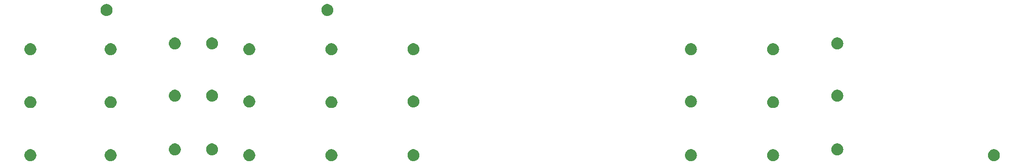
<source format=gts>
G04 Layer: TopSolderMaskLayer*
G04 EasyEDA v6.5.34, 2023-08-21 18:11:39*
G04 edb4cfad772943f9a9c9805ee4eed470,5a6b42c53f6a479593ecc07194224c93,10*
G04 Gerber Generator version 0.2*
G04 Scale: 100 percent, Rotated: No, Reflected: No *
G04 Dimensions in millimeters *
G04 leading zeros omitted , absolute positions ,4 integer and 5 decimal *
%FSLAX45Y45*%
%MOMM*%

%ADD10C,0.0001*%

%LPD*%
G36*
X8683091Y8117941D02*
G01*
X8673846Y8117331D01*
X8664752Y8115909D01*
X8655812Y8113674D01*
X8651392Y8112302D01*
X8642807Y8108899D01*
X8634577Y8104784D01*
X8626703Y8099907D01*
X8619337Y8094421D01*
X8612479Y8088274D01*
X8606180Y8081518D01*
X8600490Y8074253D01*
X8595461Y8066481D01*
X8591143Y8058353D01*
X8587587Y8049869D01*
X8584742Y8041081D01*
X8582710Y8032038D01*
X8581491Y8022894D01*
X8581085Y8013700D01*
X8581491Y8004505D01*
X8582710Y7995361D01*
X8584742Y7986318D01*
X8587587Y7977530D01*
X8591143Y7969046D01*
X8595461Y7960918D01*
X8600490Y7953146D01*
X8606180Y7945881D01*
X8612479Y7939125D01*
X8619337Y7932978D01*
X8626703Y7927492D01*
X8634577Y7922615D01*
X8642807Y7918500D01*
X8651392Y7915097D01*
X8660231Y7912506D01*
X8669274Y7910677D01*
X8678468Y7909661D01*
X8687663Y7909458D01*
X8696909Y7910068D01*
X8706002Y7911490D01*
X8714943Y7913725D01*
X8719362Y7915097D01*
X8727948Y7918500D01*
X8736177Y7922615D01*
X8744051Y7927492D01*
X8751417Y7932978D01*
X8758275Y7939125D01*
X8764625Y7945881D01*
X8770264Y7953146D01*
X8775293Y7960918D01*
X8779611Y7969046D01*
X8783218Y7977530D01*
X8786012Y7986318D01*
X8788044Y7995361D01*
X8789263Y8004505D01*
X8789670Y8013700D01*
X8789263Y8022894D01*
X8788044Y8032038D01*
X8786012Y8041081D01*
X8783218Y8049869D01*
X8779611Y8058353D01*
X8775293Y8066481D01*
X8770264Y8074253D01*
X8764625Y8081518D01*
X8758275Y8088274D01*
X8751417Y8094421D01*
X8744051Y8099907D01*
X8736177Y8104784D01*
X8727948Y8108899D01*
X8719362Y8112302D01*
X8710523Y8114893D01*
X8701481Y8116722D01*
X8692286Y8117738D01*
G37*
G36*
X12526264Y8117941D02*
G01*
X12517069Y8117331D01*
X12507976Y8115909D01*
X12498984Y8113674D01*
X12494615Y8112302D01*
X12486030Y8108899D01*
X12477750Y8104784D01*
X12469926Y8099907D01*
X12462510Y8094421D01*
X12455652Y8088274D01*
X12449352Y8081518D01*
X12443663Y8074253D01*
X12438634Y8066481D01*
X12434316Y8058353D01*
X12430760Y8049869D01*
X12429236Y8045500D01*
X12426848Y8036559D01*
X12425222Y8027517D01*
X12424410Y8018322D01*
X12424410Y8009077D01*
X12425222Y7999882D01*
X12426848Y7990840D01*
X12429236Y7981899D01*
X12432436Y7973263D01*
X12436398Y7964931D01*
X12441072Y7956956D01*
X12446457Y7949438D01*
X12452451Y7942427D01*
X12459004Y7935975D01*
X12466167Y7930134D01*
X12473787Y7924952D01*
X12481864Y7920481D01*
X12490297Y7916722D01*
X12494615Y7915097D01*
X12503454Y7912506D01*
X12512497Y7910677D01*
X12521641Y7909661D01*
X12530886Y7909458D01*
X12540081Y7910068D01*
X12549225Y7911490D01*
X12558166Y7913725D01*
X12566904Y7916722D01*
X12575286Y7920481D01*
X12583363Y7924952D01*
X12590983Y7930134D01*
X12598146Y7935975D01*
X12604699Y7942427D01*
X12610744Y7949438D01*
X12616078Y7956956D01*
X12620752Y7964931D01*
X12624714Y7973263D01*
X12627914Y7981899D01*
X12630302Y7990840D01*
X12631928Y7999882D01*
X12632740Y8009077D01*
X12632740Y8018322D01*
X12631928Y8027517D01*
X12630302Y8036559D01*
X12627914Y8045500D01*
X12624714Y8054136D01*
X12620752Y8062468D01*
X12616078Y8070443D01*
X12610744Y8077962D01*
X12604699Y8084972D01*
X12598146Y8091424D01*
X12590983Y8097266D01*
X12583363Y8102447D01*
X12575286Y8106918D01*
X12566904Y8110677D01*
X12558166Y8113674D01*
X12549225Y8115909D01*
X12540081Y8117331D01*
X12530886Y8117941D01*
G37*
G36*
X10519664Y7533741D02*
G01*
X10510469Y7533131D01*
X10501376Y7531709D01*
X10492384Y7529474D01*
X10488015Y7528102D01*
X10479430Y7524699D01*
X10471150Y7520584D01*
X10463326Y7515707D01*
X10455910Y7510221D01*
X10449052Y7504074D01*
X10442752Y7497318D01*
X10437063Y7490053D01*
X10432034Y7482281D01*
X10427716Y7474153D01*
X10424160Y7465669D01*
X10422636Y7461300D01*
X10420248Y7452359D01*
X10418622Y7443317D01*
X10417810Y7434122D01*
X10417810Y7424877D01*
X10418622Y7415682D01*
X10420248Y7406640D01*
X10422636Y7397699D01*
X10425836Y7389063D01*
X10429798Y7380731D01*
X10434472Y7372756D01*
X10439857Y7365238D01*
X10445851Y7358227D01*
X10452404Y7351775D01*
X10459567Y7345934D01*
X10467187Y7340752D01*
X10475264Y7336281D01*
X10483697Y7332522D01*
X10488015Y7330897D01*
X10496854Y7328306D01*
X10505897Y7326477D01*
X10515041Y7325461D01*
X10524286Y7325258D01*
X10533481Y7325868D01*
X10542625Y7327290D01*
X10551566Y7329525D01*
X10560304Y7332522D01*
X10568686Y7336281D01*
X10576763Y7340752D01*
X10584383Y7345934D01*
X10591546Y7351775D01*
X10598099Y7358227D01*
X10604144Y7365238D01*
X10609478Y7372756D01*
X10614152Y7380731D01*
X10618114Y7389063D01*
X10621314Y7397699D01*
X10623702Y7406640D01*
X10625328Y7415682D01*
X10626140Y7424877D01*
X10626140Y7434122D01*
X10625328Y7443317D01*
X10623702Y7452359D01*
X10621314Y7461300D01*
X10618114Y7469936D01*
X10614152Y7478268D01*
X10609478Y7486243D01*
X10604144Y7493762D01*
X10598099Y7500772D01*
X10591546Y7507224D01*
X10584383Y7513066D01*
X10576763Y7518247D01*
X10568686Y7522718D01*
X10560304Y7526477D01*
X10551566Y7529474D01*
X10542625Y7531709D01*
X10533481Y7533131D01*
X10524286Y7533741D01*
G37*
G36*
X9871964Y7533741D02*
G01*
X9862769Y7533131D01*
X9853676Y7531709D01*
X9844684Y7529474D01*
X9840315Y7528102D01*
X9831730Y7524699D01*
X9823450Y7520584D01*
X9815626Y7515707D01*
X9808210Y7510221D01*
X9801352Y7504074D01*
X9795052Y7497318D01*
X9789363Y7490053D01*
X9784334Y7482281D01*
X9780016Y7474153D01*
X9776460Y7465669D01*
X9774936Y7461300D01*
X9772548Y7452359D01*
X9770922Y7443317D01*
X9770110Y7434122D01*
X9770110Y7424877D01*
X9770922Y7415682D01*
X9772548Y7406640D01*
X9774936Y7397699D01*
X9778136Y7389063D01*
X9782098Y7380731D01*
X9786772Y7372756D01*
X9792157Y7365238D01*
X9798151Y7358227D01*
X9804704Y7351775D01*
X9811867Y7345934D01*
X9819487Y7340752D01*
X9827564Y7336281D01*
X9835997Y7332522D01*
X9840315Y7330897D01*
X9849154Y7328306D01*
X9858197Y7326477D01*
X9867341Y7325461D01*
X9876586Y7325258D01*
X9885781Y7325868D01*
X9894925Y7327290D01*
X9903866Y7329525D01*
X9912604Y7332522D01*
X9920986Y7336281D01*
X9929063Y7340752D01*
X9936683Y7345934D01*
X9943846Y7351775D01*
X9950399Y7358227D01*
X9956444Y7365238D01*
X9961778Y7372756D01*
X9966452Y7380731D01*
X9970414Y7389063D01*
X9973614Y7397699D01*
X9976002Y7406640D01*
X9977628Y7415682D01*
X9978440Y7424877D01*
X9978440Y7434122D01*
X9977628Y7443317D01*
X9976002Y7452359D01*
X9973614Y7461300D01*
X9970414Y7469936D01*
X9966452Y7478268D01*
X9961778Y7486243D01*
X9956444Y7493762D01*
X9950399Y7500772D01*
X9943846Y7507224D01*
X9936683Y7513066D01*
X9929063Y7518247D01*
X9920986Y7522718D01*
X9912604Y7526477D01*
X9903866Y7529474D01*
X9894925Y7531709D01*
X9885781Y7533131D01*
X9876586Y7533741D01*
G37*
G36*
X10519664Y6619341D02*
G01*
X10510469Y6618731D01*
X10501376Y6617309D01*
X10492384Y6615074D01*
X10488015Y6613702D01*
X10479430Y6610299D01*
X10471150Y6606184D01*
X10463326Y6601307D01*
X10455910Y6595821D01*
X10449052Y6589674D01*
X10442752Y6582918D01*
X10437063Y6575653D01*
X10432034Y6567881D01*
X10427716Y6559753D01*
X10424160Y6551269D01*
X10422636Y6546900D01*
X10420248Y6537959D01*
X10418622Y6528917D01*
X10417810Y6519722D01*
X10417810Y6510477D01*
X10418622Y6501282D01*
X10420248Y6492240D01*
X10422636Y6483299D01*
X10425836Y6474663D01*
X10429798Y6466332D01*
X10434472Y6458356D01*
X10439857Y6450838D01*
X10445851Y6443827D01*
X10452404Y6437376D01*
X10459567Y6431534D01*
X10467187Y6426352D01*
X10475264Y6421882D01*
X10483697Y6418122D01*
X10488015Y6416497D01*
X10496854Y6413906D01*
X10505897Y6412077D01*
X10515041Y6411061D01*
X10524286Y6410858D01*
X10533481Y6411468D01*
X10542625Y6412890D01*
X10551566Y6415125D01*
X10560304Y6418122D01*
X10568686Y6421882D01*
X10576763Y6426352D01*
X10584383Y6431534D01*
X10591546Y6437376D01*
X10598099Y6443827D01*
X10604144Y6450838D01*
X10609478Y6458356D01*
X10614152Y6466332D01*
X10618114Y6474663D01*
X10621314Y6483299D01*
X10623702Y6492240D01*
X10625328Y6501282D01*
X10626140Y6510477D01*
X10626140Y6519722D01*
X10625328Y6528917D01*
X10623702Y6537959D01*
X10621314Y6546900D01*
X10618114Y6555536D01*
X10614152Y6563868D01*
X10609478Y6571843D01*
X10604144Y6579362D01*
X10598099Y6586372D01*
X10591546Y6592824D01*
X10584383Y6598666D01*
X10576763Y6603847D01*
X10568686Y6608318D01*
X10560304Y6612077D01*
X10551566Y6615074D01*
X10542625Y6617309D01*
X10533481Y6618731D01*
X10524286Y6619341D01*
G37*
G36*
X10519664Y5679541D02*
G01*
X10510469Y5678932D01*
X10501376Y5677509D01*
X10492384Y5675274D01*
X10488015Y5673902D01*
X10479430Y5670499D01*
X10471150Y5666384D01*
X10463326Y5661507D01*
X10455910Y5656021D01*
X10449052Y5649874D01*
X10442752Y5643118D01*
X10437063Y5635853D01*
X10432034Y5628081D01*
X10427716Y5619953D01*
X10424160Y5611469D01*
X10422636Y5607100D01*
X10420248Y5598160D01*
X10418622Y5589117D01*
X10417810Y5579922D01*
X10417810Y5570677D01*
X10418622Y5561482D01*
X10420248Y5552440D01*
X10422636Y5543499D01*
X10425836Y5534863D01*
X10429798Y5526532D01*
X10434472Y5518556D01*
X10439857Y5511038D01*
X10445851Y5504027D01*
X10452404Y5497576D01*
X10459567Y5491734D01*
X10467187Y5486552D01*
X10475264Y5482082D01*
X10483697Y5478322D01*
X10488015Y5476697D01*
X10496854Y5474106D01*
X10505897Y5472277D01*
X10515041Y5471261D01*
X10524286Y5471058D01*
X10533481Y5471668D01*
X10542625Y5473090D01*
X10551566Y5475325D01*
X10560304Y5478322D01*
X10568686Y5482082D01*
X10576763Y5486552D01*
X10584383Y5491734D01*
X10591546Y5497576D01*
X10598099Y5504027D01*
X10604144Y5511038D01*
X10609478Y5518556D01*
X10614152Y5526532D01*
X10618114Y5534863D01*
X10621314Y5543499D01*
X10623702Y5552440D01*
X10625328Y5561482D01*
X10626140Y5570677D01*
X10626140Y5579922D01*
X10625328Y5589117D01*
X10623702Y5598160D01*
X10621314Y5607100D01*
X10618114Y5615736D01*
X10614152Y5624068D01*
X10609478Y5632043D01*
X10604144Y5639562D01*
X10598099Y5646572D01*
X10591546Y5653024D01*
X10584383Y5658866D01*
X10576763Y5664047D01*
X10568686Y5668518D01*
X10560304Y5672277D01*
X10551566Y5675274D01*
X10542625Y5677509D01*
X10533481Y5678932D01*
X10524286Y5679541D01*
G37*
G36*
X9871964Y6619341D02*
G01*
X9862769Y6618731D01*
X9853676Y6617309D01*
X9844684Y6615074D01*
X9840315Y6613702D01*
X9831730Y6610299D01*
X9823450Y6606184D01*
X9815626Y6601307D01*
X9808210Y6595821D01*
X9801352Y6589674D01*
X9795052Y6582918D01*
X9789363Y6575653D01*
X9784334Y6567881D01*
X9780016Y6559753D01*
X9776460Y6551269D01*
X9774936Y6546900D01*
X9772548Y6537959D01*
X9770922Y6528917D01*
X9770110Y6519722D01*
X9770110Y6510477D01*
X9770922Y6501282D01*
X9772548Y6492240D01*
X9774936Y6483299D01*
X9778136Y6474663D01*
X9782098Y6466332D01*
X9786772Y6458356D01*
X9792157Y6450838D01*
X9798151Y6443827D01*
X9804704Y6437376D01*
X9811867Y6431534D01*
X9819487Y6426352D01*
X9827564Y6421882D01*
X9835997Y6418122D01*
X9840315Y6416497D01*
X9849154Y6413906D01*
X9858197Y6412077D01*
X9867341Y6411061D01*
X9876586Y6410858D01*
X9885781Y6411468D01*
X9894925Y6412890D01*
X9903866Y6415125D01*
X9912604Y6418122D01*
X9920986Y6421882D01*
X9929063Y6426352D01*
X9936683Y6431534D01*
X9943846Y6437376D01*
X9950399Y6443827D01*
X9956444Y6450838D01*
X9961778Y6458356D01*
X9966452Y6466332D01*
X9970414Y6474663D01*
X9973614Y6483299D01*
X9976002Y6492240D01*
X9977628Y6501282D01*
X9978440Y6510477D01*
X9978440Y6519722D01*
X9977628Y6528917D01*
X9976002Y6537959D01*
X9973614Y6546900D01*
X9970414Y6555536D01*
X9966452Y6563868D01*
X9961778Y6571843D01*
X9956444Y6579362D01*
X9950399Y6586372D01*
X9943846Y6592824D01*
X9936683Y6598666D01*
X9929063Y6603847D01*
X9920986Y6608318D01*
X9912604Y6612077D01*
X9903866Y6615074D01*
X9894925Y6617309D01*
X9885781Y6618731D01*
X9876586Y6619341D01*
G37*
G36*
X9871964Y5679541D02*
G01*
X9862769Y5678932D01*
X9853676Y5677509D01*
X9844684Y5675274D01*
X9840315Y5673902D01*
X9831730Y5670499D01*
X9823450Y5666384D01*
X9815626Y5661507D01*
X9808210Y5656021D01*
X9801352Y5649874D01*
X9795052Y5643118D01*
X9789363Y5635853D01*
X9784334Y5628081D01*
X9780016Y5619953D01*
X9776460Y5611469D01*
X9774936Y5607100D01*
X9772548Y5598160D01*
X9770922Y5589117D01*
X9770110Y5579922D01*
X9770110Y5570677D01*
X9770922Y5561482D01*
X9772548Y5552440D01*
X9774936Y5543499D01*
X9778136Y5534863D01*
X9782098Y5526532D01*
X9786772Y5518556D01*
X9792157Y5511038D01*
X9798151Y5504027D01*
X9804704Y5497576D01*
X9811867Y5491734D01*
X9819487Y5486552D01*
X9827564Y5482082D01*
X9835997Y5478322D01*
X9840315Y5476697D01*
X9849154Y5474106D01*
X9858197Y5472277D01*
X9867341Y5471261D01*
X9876586Y5471058D01*
X9885781Y5471668D01*
X9894925Y5473090D01*
X9903866Y5475325D01*
X9912604Y5478322D01*
X9920986Y5482082D01*
X9929063Y5486552D01*
X9936683Y5491734D01*
X9943846Y5497576D01*
X9950399Y5504027D01*
X9956444Y5511038D01*
X9961778Y5518556D01*
X9966452Y5526532D01*
X9970414Y5534863D01*
X9973614Y5543499D01*
X9976002Y5552440D01*
X9977628Y5561482D01*
X9978440Y5570677D01*
X9978440Y5579922D01*
X9977628Y5589117D01*
X9976002Y5598160D01*
X9973614Y5607100D01*
X9970414Y5615736D01*
X9966452Y5624068D01*
X9961778Y5632043D01*
X9956444Y5639562D01*
X9950399Y5646572D01*
X9943846Y5653024D01*
X9936683Y5658866D01*
X9929063Y5664047D01*
X9920986Y5668518D01*
X9912604Y5672277D01*
X9903866Y5675274D01*
X9894925Y5677509D01*
X9885781Y5678932D01*
X9876586Y5679541D01*
G37*
G36*
X21401582Y5679541D02*
G01*
X21392337Y5678932D01*
X21383244Y5677509D01*
X21374303Y5675274D01*
X21369883Y5673902D01*
X21361298Y5670499D01*
X21353068Y5666384D01*
X21345194Y5661507D01*
X21337828Y5656021D01*
X21330970Y5649874D01*
X21324671Y5643118D01*
X21318982Y5635853D01*
X21313952Y5628081D01*
X21309634Y5619953D01*
X21306078Y5611469D01*
X21303234Y5602681D01*
X21301202Y5593638D01*
X21299982Y5584494D01*
X21299576Y5575300D01*
X21299982Y5566105D01*
X21301202Y5556961D01*
X21303234Y5547918D01*
X21306078Y5539130D01*
X21309634Y5530646D01*
X21313952Y5522518D01*
X21318982Y5514746D01*
X21324671Y5507482D01*
X21330970Y5500725D01*
X21337828Y5494578D01*
X21345194Y5489092D01*
X21353068Y5484215D01*
X21361298Y5480100D01*
X21369883Y5476697D01*
X21378722Y5474106D01*
X21387765Y5472277D01*
X21396960Y5471261D01*
X21406154Y5471058D01*
X21415400Y5471668D01*
X21424493Y5473090D01*
X21433434Y5475325D01*
X21437854Y5476697D01*
X21446439Y5480100D01*
X21454668Y5484215D01*
X21462542Y5489092D01*
X21469908Y5494578D01*
X21476766Y5500725D01*
X21483116Y5507482D01*
X21488755Y5514746D01*
X21493784Y5522518D01*
X21498102Y5530646D01*
X21501709Y5539130D01*
X21504503Y5547918D01*
X21506535Y5556961D01*
X21507754Y5566105D01*
X21508161Y5575300D01*
X21507754Y5584494D01*
X21506535Y5593638D01*
X21504503Y5602681D01*
X21501709Y5611469D01*
X21498102Y5619953D01*
X21493784Y5628081D01*
X21488755Y5635853D01*
X21483116Y5643118D01*
X21476766Y5649874D01*
X21469908Y5656021D01*
X21462542Y5661507D01*
X21454668Y5666384D01*
X21446439Y5670499D01*
X21437854Y5673902D01*
X21429014Y5676493D01*
X21419972Y5678322D01*
X21410777Y5679338D01*
G37*
G36*
X21401582Y6619341D02*
G01*
X21392337Y6618731D01*
X21383244Y6617309D01*
X21374303Y6615074D01*
X21369883Y6613702D01*
X21361298Y6610299D01*
X21353068Y6606184D01*
X21345194Y6601307D01*
X21337828Y6595821D01*
X21330970Y6589674D01*
X21324671Y6582918D01*
X21318982Y6575653D01*
X21313952Y6567881D01*
X21309634Y6559753D01*
X21306078Y6551269D01*
X21303234Y6542481D01*
X21301202Y6533438D01*
X21299982Y6524294D01*
X21299576Y6515100D01*
X21299982Y6505905D01*
X21301202Y6496761D01*
X21303234Y6487718D01*
X21306078Y6478930D01*
X21309634Y6470446D01*
X21313952Y6462318D01*
X21318982Y6454546D01*
X21324671Y6447282D01*
X21330970Y6440525D01*
X21337828Y6434378D01*
X21345194Y6428892D01*
X21353068Y6424015D01*
X21361298Y6419900D01*
X21369883Y6416497D01*
X21378722Y6413906D01*
X21387765Y6412077D01*
X21396960Y6411061D01*
X21406154Y6410858D01*
X21415400Y6411468D01*
X21424493Y6412890D01*
X21433434Y6415125D01*
X21437854Y6416497D01*
X21446439Y6419900D01*
X21454668Y6424015D01*
X21462542Y6428892D01*
X21469908Y6434378D01*
X21476766Y6440525D01*
X21483116Y6447282D01*
X21488755Y6454546D01*
X21493784Y6462318D01*
X21498102Y6470446D01*
X21501709Y6478930D01*
X21504503Y6487718D01*
X21506535Y6496761D01*
X21507754Y6505905D01*
X21508161Y6515100D01*
X21507754Y6524294D01*
X21506535Y6533438D01*
X21504503Y6542481D01*
X21501709Y6551269D01*
X21498102Y6559753D01*
X21493784Y6567881D01*
X21488755Y6575653D01*
X21483116Y6582918D01*
X21476766Y6589674D01*
X21469908Y6595821D01*
X21462542Y6601307D01*
X21454668Y6606184D01*
X21446439Y6610299D01*
X21437854Y6613702D01*
X21429014Y6616293D01*
X21419972Y6618122D01*
X21410777Y6619138D01*
G37*
G36*
X21401582Y7533741D02*
G01*
X21392337Y7533131D01*
X21383244Y7531709D01*
X21374303Y7529474D01*
X21369883Y7528102D01*
X21361298Y7524699D01*
X21353068Y7520584D01*
X21345194Y7515707D01*
X21337828Y7510221D01*
X21330970Y7504074D01*
X21324671Y7497318D01*
X21318982Y7490053D01*
X21313952Y7482281D01*
X21309634Y7474153D01*
X21306078Y7465669D01*
X21303234Y7456881D01*
X21301202Y7447838D01*
X21299982Y7438694D01*
X21299576Y7429500D01*
X21299982Y7420305D01*
X21301202Y7411161D01*
X21303234Y7402118D01*
X21306078Y7393330D01*
X21309634Y7384846D01*
X21313952Y7376718D01*
X21318982Y7368946D01*
X21324671Y7361681D01*
X21330970Y7354925D01*
X21337828Y7348778D01*
X21345194Y7343292D01*
X21353068Y7338415D01*
X21361298Y7334300D01*
X21369883Y7330897D01*
X21378722Y7328306D01*
X21387765Y7326477D01*
X21396960Y7325461D01*
X21406154Y7325258D01*
X21415400Y7325868D01*
X21424493Y7327290D01*
X21433434Y7329525D01*
X21437854Y7330897D01*
X21446439Y7334300D01*
X21454668Y7338415D01*
X21462542Y7343292D01*
X21469908Y7348778D01*
X21476766Y7354925D01*
X21483116Y7361681D01*
X21488755Y7368946D01*
X21493784Y7376718D01*
X21498102Y7384846D01*
X21501709Y7393330D01*
X21504503Y7402118D01*
X21506535Y7411161D01*
X21507754Y7420305D01*
X21508161Y7429500D01*
X21507754Y7438694D01*
X21506535Y7447838D01*
X21504503Y7456881D01*
X21501709Y7465669D01*
X21498102Y7474153D01*
X21493784Y7482281D01*
X21488755Y7490053D01*
X21483116Y7497318D01*
X21476766Y7504074D01*
X21469908Y7510221D01*
X21462542Y7515707D01*
X21454668Y7520584D01*
X21446439Y7524699D01*
X21437854Y7528102D01*
X21429014Y7530693D01*
X21419972Y7532522D01*
X21410777Y7533538D01*
G37*
G36*
X7357364Y5577941D02*
G01*
X7348169Y5577332D01*
X7339075Y5575909D01*
X7330084Y5573674D01*
X7325715Y5572302D01*
X7317130Y5568899D01*
X7308850Y5564784D01*
X7301026Y5559907D01*
X7293609Y5554421D01*
X7286752Y5548274D01*
X7280452Y5541518D01*
X7274763Y5534253D01*
X7269734Y5526481D01*
X7265416Y5518353D01*
X7261859Y5509869D01*
X7260336Y5505500D01*
X7257948Y5496560D01*
X7256322Y5487517D01*
X7255509Y5478322D01*
X7255509Y5469077D01*
X7256322Y5459882D01*
X7257948Y5450840D01*
X7260336Y5441899D01*
X7263536Y5433263D01*
X7267498Y5424932D01*
X7272172Y5416956D01*
X7277557Y5409438D01*
X7283551Y5402427D01*
X7290104Y5395976D01*
X7297267Y5390134D01*
X7304887Y5384952D01*
X7312964Y5380482D01*
X7321397Y5376722D01*
X7325715Y5375097D01*
X7334554Y5372506D01*
X7343597Y5370677D01*
X7352741Y5369661D01*
X7361986Y5369458D01*
X7371181Y5370068D01*
X7380325Y5371490D01*
X7389266Y5373725D01*
X7398003Y5376722D01*
X7406386Y5380482D01*
X7414463Y5384952D01*
X7422083Y5390134D01*
X7429246Y5395976D01*
X7435799Y5402427D01*
X7441844Y5409438D01*
X7447178Y5416956D01*
X7451852Y5424932D01*
X7455814Y5433263D01*
X7459014Y5441899D01*
X7461402Y5450840D01*
X7463028Y5459882D01*
X7463840Y5469077D01*
X7463840Y5478322D01*
X7463028Y5487517D01*
X7461402Y5496560D01*
X7459014Y5505500D01*
X7455814Y5514136D01*
X7451852Y5522468D01*
X7447178Y5530443D01*
X7441844Y5537962D01*
X7435799Y5544972D01*
X7429246Y5551424D01*
X7422083Y5557266D01*
X7414463Y5562447D01*
X7406386Y5566918D01*
X7398003Y5570677D01*
X7389266Y5573674D01*
X7380325Y5575909D01*
X7371181Y5577332D01*
X7361986Y5577941D01*
G37*
G36*
X7357364Y7432141D02*
G01*
X7348169Y7431531D01*
X7339075Y7430109D01*
X7330084Y7427874D01*
X7325715Y7426502D01*
X7317130Y7423099D01*
X7308850Y7418984D01*
X7301026Y7414107D01*
X7293609Y7408621D01*
X7286752Y7402474D01*
X7280452Y7395718D01*
X7274763Y7388453D01*
X7269734Y7380681D01*
X7265416Y7372553D01*
X7261859Y7364069D01*
X7260336Y7359700D01*
X7257948Y7350759D01*
X7256322Y7341717D01*
X7255509Y7332522D01*
X7255509Y7323277D01*
X7256322Y7314082D01*
X7257948Y7305040D01*
X7260336Y7296099D01*
X7263536Y7287463D01*
X7267498Y7279131D01*
X7272172Y7271156D01*
X7277557Y7263638D01*
X7283551Y7256627D01*
X7290104Y7250175D01*
X7297267Y7244334D01*
X7304887Y7239152D01*
X7312964Y7234681D01*
X7321397Y7230922D01*
X7325715Y7229297D01*
X7334554Y7226706D01*
X7343597Y7224877D01*
X7352741Y7223861D01*
X7361986Y7223658D01*
X7371181Y7224268D01*
X7380325Y7225690D01*
X7389266Y7227925D01*
X7398003Y7230922D01*
X7406386Y7234681D01*
X7414463Y7239152D01*
X7422083Y7244334D01*
X7429246Y7250175D01*
X7435799Y7256627D01*
X7441844Y7263638D01*
X7447178Y7271156D01*
X7451852Y7279131D01*
X7455814Y7287463D01*
X7459014Y7296099D01*
X7461402Y7305040D01*
X7463028Y7314082D01*
X7463840Y7323277D01*
X7463840Y7332522D01*
X7463028Y7341717D01*
X7461402Y7350759D01*
X7459014Y7359700D01*
X7455814Y7368336D01*
X7451852Y7376668D01*
X7447178Y7384643D01*
X7441844Y7392162D01*
X7435799Y7399172D01*
X7429246Y7405624D01*
X7422083Y7411466D01*
X7414463Y7416647D01*
X7406386Y7421118D01*
X7398003Y7424877D01*
X7389266Y7427874D01*
X7380325Y7430109D01*
X7371181Y7431531D01*
X7361986Y7432141D01*
G37*
G36*
X7357364Y6505041D02*
G01*
X7348169Y6504431D01*
X7339075Y6503009D01*
X7330084Y6500774D01*
X7325715Y6499402D01*
X7317130Y6495999D01*
X7308850Y6491884D01*
X7301026Y6487007D01*
X7293609Y6481521D01*
X7286752Y6475374D01*
X7280452Y6468618D01*
X7274763Y6461353D01*
X7269734Y6453581D01*
X7265416Y6445453D01*
X7261859Y6436969D01*
X7260336Y6432600D01*
X7257948Y6423660D01*
X7256322Y6414617D01*
X7255509Y6405422D01*
X7255509Y6396177D01*
X7256322Y6386982D01*
X7257948Y6377940D01*
X7260336Y6368999D01*
X7263536Y6360363D01*
X7267498Y6352032D01*
X7272172Y6344056D01*
X7277557Y6336538D01*
X7283551Y6329527D01*
X7290104Y6323076D01*
X7297267Y6317234D01*
X7304887Y6312052D01*
X7312964Y6307582D01*
X7321397Y6303822D01*
X7325715Y6302197D01*
X7334554Y6299606D01*
X7343597Y6297777D01*
X7352741Y6296761D01*
X7361986Y6296558D01*
X7371181Y6297168D01*
X7380325Y6298590D01*
X7389266Y6300825D01*
X7398003Y6303822D01*
X7406386Y6307582D01*
X7414463Y6312052D01*
X7422083Y6317234D01*
X7429246Y6323076D01*
X7435799Y6329527D01*
X7441844Y6336538D01*
X7447178Y6344056D01*
X7451852Y6352032D01*
X7455814Y6360363D01*
X7459014Y6368999D01*
X7461402Y6377940D01*
X7463028Y6386982D01*
X7463840Y6396177D01*
X7463840Y6405422D01*
X7463028Y6414617D01*
X7461402Y6423660D01*
X7459014Y6432600D01*
X7455814Y6441236D01*
X7451852Y6449568D01*
X7447178Y6457543D01*
X7441844Y6465062D01*
X7435799Y6472072D01*
X7429246Y6478524D01*
X7422083Y6484366D01*
X7414463Y6489547D01*
X7406386Y6494018D01*
X7398003Y6497777D01*
X7389266Y6500774D01*
X7380325Y6503009D01*
X7371181Y6504431D01*
X7361986Y6505041D01*
G37*
G36*
X11167364Y6517741D02*
G01*
X11158169Y6517131D01*
X11149076Y6515709D01*
X11140084Y6513474D01*
X11135715Y6512102D01*
X11127130Y6508699D01*
X11118850Y6504584D01*
X11111026Y6499707D01*
X11103610Y6494221D01*
X11096752Y6488074D01*
X11090452Y6481318D01*
X11084763Y6474053D01*
X11079734Y6466281D01*
X11075416Y6458153D01*
X11071860Y6449669D01*
X11070336Y6445300D01*
X11067948Y6436360D01*
X11066322Y6427317D01*
X11065510Y6418122D01*
X11065510Y6408877D01*
X11066322Y6399682D01*
X11067948Y6390640D01*
X11070336Y6381699D01*
X11073536Y6373063D01*
X11077498Y6364732D01*
X11082172Y6356756D01*
X11087557Y6349238D01*
X11093551Y6342227D01*
X11100104Y6335776D01*
X11107267Y6329934D01*
X11114887Y6324752D01*
X11122964Y6320282D01*
X11131397Y6316522D01*
X11135715Y6314897D01*
X11144554Y6312306D01*
X11153597Y6310477D01*
X11162741Y6309461D01*
X11171986Y6309258D01*
X11181181Y6309868D01*
X11190325Y6311290D01*
X11199266Y6313525D01*
X11208004Y6316522D01*
X11216386Y6320282D01*
X11224463Y6324752D01*
X11232083Y6329934D01*
X11239246Y6335776D01*
X11245799Y6342227D01*
X11251844Y6349238D01*
X11257178Y6356756D01*
X11261852Y6364732D01*
X11265814Y6373063D01*
X11269014Y6381699D01*
X11271402Y6390640D01*
X11273028Y6399682D01*
X11273840Y6408877D01*
X11273840Y6418122D01*
X11273028Y6427317D01*
X11271402Y6436360D01*
X11269014Y6445300D01*
X11265814Y6453936D01*
X11261852Y6462268D01*
X11257178Y6470243D01*
X11251844Y6477762D01*
X11245799Y6484772D01*
X11239246Y6491224D01*
X11232083Y6497066D01*
X11224463Y6502247D01*
X11216386Y6506718D01*
X11208004Y6510477D01*
X11199266Y6513474D01*
X11190325Y6515709D01*
X11181181Y6517131D01*
X11171986Y6517741D01*
G37*
G36*
X11167364Y7432141D02*
G01*
X11158169Y7431531D01*
X11149076Y7430109D01*
X11140084Y7427874D01*
X11135715Y7426502D01*
X11127130Y7423099D01*
X11118850Y7418984D01*
X11111026Y7414107D01*
X11103610Y7408621D01*
X11096752Y7402474D01*
X11090452Y7395718D01*
X11084763Y7388453D01*
X11079734Y7380681D01*
X11075416Y7372553D01*
X11071860Y7364069D01*
X11070336Y7359700D01*
X11067948Y7350759D01*
X11066322Y7341717D01*
X11065510Y7332522D01*
X11065510Y7323277D01*
X11066322Y7314082D01*
X11067948Y7305040D01*
X11070336Y7296099D01*
X11073536Y7287463D01*
X11077498Y7279131D01*
X11082172Y7271156D01*
X11087557Y7263638D01*
X11093551Y7256627D01*
X11100104Y7250175D01*
X11107267Y7244334D01*
X11114887Y7239152D01*
X11122964Y7234681D01*
X11131397Y7230922D01*
X11135715Y7229297D01*
X11144554Y7226706D01*
X11153597Y7224877D01*
X11162741Y7223861D01*
X11171986Y7223658D01*
X11181181Y7224268D01*
X11190325Y7225690D01*
X11199266Y7227925D01*
X11208004Y7230922D01*
X11216386Y7234681D01*
X11224463Y7239152D01*
X11232083Y7244334D01*
X11239246Y7250175D01*
X11245799Y7256627D01*
X11251844Y7263638D01*
X11257178Y7271156D01*
X11261852Y7279131D01*
X11265814Y7287463D01*
X11269014Y7296099D01*
X11271402Y7305040D01*
X11273028Y7314082D01*
X11273840Y7323277D01*
X11273840Y7332522D01*
X11273028Y7341717D01*
X11271402Y7350759D01*
X11269014Y7359700D01*
X11265814Y7368336D01*
X11261852Y7376668D01*
X11257178Y7384643D01*
X11251844Y7392162D01*
X11245799Y7399172D01*
X11239246Y7405624D01*
X11232083Y7411466D01*
X11224463Y7416647D01*
X11216386Y7421118D01*
X11208004Y7424877D01*
X11199266Y7427874D01*
X11190325Y7430109D01*
X11181181Y7431531D01*
X11171986Y7432141D01*
G37*
G36*
X11167364Y5577941D02*
G01*
X11158169Y5577332D01*
X11149076Y5575909D01*
X11140084Y5573674D01*
X11135715Y5572302D01*
X11127130Y5568899D01*
X11118850Y5564784D01*
X11111026Y5559907D01*
X11103610Y5554421D01*
X11096752Y5548274D01*
X11090452Y5541518D01*
X11084763Y5534253D01*
X11079734Y5526481D01*
X11075416Y5518353D01*
X11071860Y5509869D01*
X11070336Y5505500D01*
X11067948Y5496560D01*
X11066322Y5487517D01*
X11065510Y5478322D01*
X11065510Y5469077D01*
X11066322Y5459882D01*
X11067948Y5450840D01*
X11070336Y5441899D01*
X11073536Y5433263D01*
X11077498Y5424932D01*
X11082172Y5416956D01*
X11087557Y5409438D01*
X11093551Y5402427D01*
X11100104Y5395976D01*
X11107267Y5390134D01*
X11114887Y5384952D01*
X11122964Y5380482D01*
X11131397Y5376722D01*
X11135715Y5375097D01*
X11144554Y5372506D01*
X11153597Y5370677D01*
X11162741Y5369661D01*
X11171986Y5369458D01*
X11181181Y5370068D01*
X11190325Y5371490D01*
X11199266Y5373725D01*
X11208004Y5376722D01*
X11216386Y5380482D01*
X11224463Y5384952D01*
X11232083Y5390134D01*
X11239246Y5395976D01*
X11245799Y5402427D01*
X11251844Y5409438D01*
X11257178Y5416956D01*
X11261852Y5424932D01*
X11265814Y5433263D01*
X11269014Y5441899D01*
X11271402Y5450840D01*
X11273028Y5459882D01*
X11273840Y5469077D01*
X11273840Y5478322D01*
X11273028Y5487517D01*
X11271402Y5496560D01*
X11269014Y5505500D01*
X11265814Y5514136D01*
X11261852Y5522468D01*
X11257178Y5530443D01*
X11251844Y5537962D01*
X11245799Y5544972D01*
X11239246Y5551424D01*
X11232083Y5557266D01*
X11224463Y5562447D01*
X11216386Y5566918D01*
X11208004Y5570677D01*
X11199266Y5573674D01*
X11190325Y5575909D01*
X11181181Y5577332D01*
X11171986Y5577941D01*
G37*
G36*
X8754364Y5577941D02*
G01*
X8745169Y5577332D01*
X8736076Y5575909D01*
X8727084Y5573674D01*
X8722715Y5572302D01*
X8714130Y5568899D01*
X8705850Y5564784D01*
X8698026Y5559907D01*
X8690610Y5554421D01*
X8683752Y5548274D01*
X8677452Y5541518D01*
X8671763Y5534253D01*
X8666734Y5526481D01*
X8662416Y5518353D01*
X8658860Y5509869D01*
X8657336Y5505500D01*
X8654948Y5496560D01*
X8653322Y5487517D01*
X8652510Y5478322D01*
X8652510Y5469077D01*
X8653322Y5459882D01*
X8654948Y5450840D01*
X8657336Y5441899D01*
X8660536Y5433263D01*
X8664498Y5424932D01*
X8669172Y5416956D01*
X8674557Y5409438D01*
X8680551Y5402427D01*
X8687104Y5395976D01*
X8694267Y5390134D01*
X8701887Y5384952D01*
X8709964Y5380482D01*
X8718397Y5376722D01*
X8722715Y5375097D01*
X8731554Y5372506D01*
X8740597Y5370677D01*
X8749741Y5369661D01*
X8758986Y5369458D01*
X8768181Y5370068D01*
X8777325Y5371490D01*
X8786266Y5373725D01*
X8795004Y5376722D01*
X8803386Y5380482D01*
X8811463Y5384952D01*
X8819083Y5390134D01*
X8826246Y5395976D01*
X8832799Y5402427D01*
X8838844Y5409438D01*
X8844178Y5416956D01*
X8848852Y5424932D01*
X8852814Y5433263D01*
X8856014Y5441899D01*
X8858402Y5450840D01*
X8860028Y5459882D01*
X8860840Y5469077D01*
X8860840Y5478322D01*
X8860028Y5487517D01*
X8858402Y5496560D01*
X8856014Y5505500D01*
X8852814Y5514136D01*
X8848852Y5522468D01*
X8844178Y5530443D01*
X8838844Y5537962D01*
X8832799Y5544972D01*
X8826246Y5551424D01*
X8819083Y5557266D01*
X8811463Y5562447D01*
X8803386Y5566918D01*
X8795004Y5570677D01*
X8786266Y5573674D01*
X8777325Y5575909D01*
X8768181Y5577332D01*
X8758986Y5577941D01*
G37*
G36*
X8754364Y7432141D02*
G01*
X8745169Y7431531D01*
X8736076Y7430109D01*
X8727084Y7427874D01*
X8722715Y7426502D01*
X8714130Y7423099D01*
X8705850Y7418984D01*
X8698026Y7414107D01*
X8690610Y7408621D01*
X8683752Y7402474D01*
X8677452Y7395718D01*
X8671763Y7388453D01*
X8666734Y7380681D01*
X8662416Y7372553D01*
X8658860Y7364069D01*
X8657336Y7359700D01*
X8654948Y7350759D01*
X8653322Y7341717D01*
X8652510Y7332522D01*
X8652510Y7323277D01*
X8653322Y7314082D01*
X8654948Y7305040D01*
X8657336Y7296099D01*
X8660536Y7287463D01*
X8664498Y7279131D01*
X8669172Y7271156D01*
X8674557Y7263638D01*
X8680551Y7256627D01*
X8687104Y7250175D01*
X8694267Y7244334D01*
X8701887Y7239152D01*
X8709964Y7234681D01*
X8718397Y7230922D01*
X8722715Y7229297D01*
X8731554Y7226706D01*
X8740597Y7224877D01*
X8749741Y7223861D01*
X8758986Y7223658D01*
X8768181Y7224268D01*
X8777325Y7225690D01*
X8786266Y7227925D01*
X8795004Y7230922D01*
X8803386Y7234681D01*
X8811463Y7239152D01*
X8819083Y7244334D01*
X8826246Y7250175D01*
X8832799Y7256627D01*
X8838844Y7263638D01*
X8844178Y7271156D01*
X8848852Y7279131D01*
X8852814Y7287463D01*
X8856014Y7296099D01*
X8858402Y7305040D01*
X8860028Y7314082D01*
X8860840Y7323277D01*
X8860840Y7332522D01*
X8860028Y7341717D01*
X8858402Y7350759D01*
X8856014Y7359700D01*
X8852814Y7368336D01*
X8848852Y7376668D01*
X8844178Y7384643D01*
X8838844Y7392162D01*
X8832799Y7399172D01*
X8826246Y7405624D01*
X8819083Y7411466D01*
X8811463Y7416647D01*
X8803386Y7421118D01*
X8795004Y7424877D01*
X8786266Y7427874D01*
X8777325Y7430109D01*
X8768181Y7431531D01*
X8758986Y7432141D01*
G37*
G36*
X8754364Y6505041D02*
G01*
X8745169Y6504431D01*
X8736076Y6503009D01*
X8727084Y6500774D01*
X8722715Y6499402D01*
X8714130Y6495999D01*
X8705850Y6491884D01*
X8698026Y6487007D01*
X8690610Y6481521D01*
X8683752Y6475374D01*
X8677452Y6468618D01*
X8671763Y6461353D01*
X8666734Y6453581D01*
X8662416Y6445453D01*
X8658860Y6436969D01*
X8657336Y6432600D01*
X8654948Y6423660D01*
X8653322Y6414617D01*
X8652510Y6405422D01*
X8652510Y6396177D01*
X8653322Y6386982D01*
X8654948Y6377940D01*
X8657336Y6368999D01*
X8660536Y6360363D01*
X8664498Y6352032D01*
X8669172Y6344056D01*
X8674557Y6336538D01*
X8680551Y6329527D01*
X8687104Y6323076D01*
X8694267Y6317234D01*
X8701887Y6312052D01*
X8709964Y6307582D01*
X8718397Y6303822D01*
X8722715Y6302197D01*
X8731554Y6299606D01*
X8740597Y6297777D01*
X8749741Y6296761D01*
X8758986Y6296558D01*
X8768181Y6297168D01*
X8777325Y6298590D01*
X8786266Y6300825D01*
X8795004Y6303822D01*
X8803386Y6307582D01*
X8811463Y6312052D01*
X8819083Y6317234D01*
X8826246Y6323076D01*
X8832799Y6329527D01*
X8838844Y6336538D01*
X8844178Y6344056D01*
X8848852Y6352032D01*
X8852814Y6360363D01*
X8856014Y6368999D01*
X8858402Y6377940D01*
X8860028Y6386982D01*
X8860840Y6396177D01*
X8860840Y6405422D01*
X8860028Y6414617D01*
X8858402Y6423660D01*
X8856014Y6432600D01*
X8852814Y6441236D01*
X8848852Y6449568D01*
X8844178Y6457543D01*
X8838844Y6465062D01*
X8832799Y6472072D01*
X8826246Y6478524D01*
X8819083Y6484366D01*
X8811463Y6489547D01*
X8803386Y6494018D01*
X8795004Y6497777D01*
X8786266Y6500774D01*
X8777325Y6503009D01*
X8768181Y6504431D01*
X8758986Y6505041D01*
G37*
G36*
X12597587Y6505041D02*
G01*
X12588341Y6504431D01*
X12579248Y6503009D01*
X12570307Y6500774D01*
X12565888Y6499402D01*
X12557302Y6495999D01*
X12549073Y6491884D01*
X12541199Y6487007D01*
X12533833Y6481521D01*
X12526975Y6475374D01*
X12520676Y6468618D01*
X12514986Y6461353D01*
X12509957Y6453581D01*
X12505639Y6445453D01*
X12502083Y6436969D01*
X12499238Y6428181D01*
X12497206Y6419138D01*
X12495987Y6409994D01*
X12495580Y6400800D01*
X12495987Y6391605D01*
X12497206Y6382461D01*
X12499238Y6373418D01*
X12502083Y6364630D01*
X12505639Y6356146D01*
X12509957Y6348018D01*
X12514986Y6340246D01*
X12520676Y6332982D01*
X12526975Y6326225D01*
X12533833Y6320078D01*
X12541199Y6314592D01*
X12549073Y6309715D01*
X12557302Y6305600D01*
X12565888Y6302197D01*
X12574727Y6299606D01*
X12583769Y6297777D01*
X12592964Y6296761D01*
X12602159Y6296558D01*
X12611404Y6297168D01*
X12620498Y6298590D01*
X12629438Y6300825D01*
X12633858Y6302197D01*
X12642443Y6305600D01*
X12650673Y6309715D01*
X12658547Y6314592D01*
X12665913Y6320078D01*
X12672771Y6326225D01*
X12679121Y6332982D01*
X12684760Y6340246D01*
X12689789Y6348018D01*
X12694107Y6356146D01*
X12697714Y6364630D01*
X12700508Y6373418D01*
X12702540Y6382461D01*
X12703759Y6391605D01*
X12704165Y6400800D01*
X12703759Y6409994D01*
X12702540Y6419138D01*
X12700508Y6428181D01*
X12697714Y6436969D01*
X12694107Y6445453D01*
X12689789Y6453581D01*
X12684760Y6461353D01*
X12679121Y6468618D01*
X12672771Y6475374D01*
X12665913Y6481521D01*
X12658547Y6487007D01*
X12650673Y6491884D01*
X12642443Y6495999D01*
X12633858Y6499402D01*
X12625019Y6501993D01*
X12615976Y6503822D01*
X12606782Y6504838D01*
G37*
G36*
X12597587Y7432141D02*
G01*
X12588341Y7431531D01*
X12579248Y7430109D01*
X12570307Y7427874D01*
X12565888Y7426502D01*
X12557302Y7423099D01*
X12549073Y7418984D01*
X12541199Y7414107D01*
X12533833Y7408621D01*
X12526975Y7402474D01*
X12520676Y7395718D01*
X12514986Y7388453D01*
X12509957Y7380681D01*
X12505639Y7372553D01*
X12502083Y7364069D01*
X12499238Y7355281D01*
X12497206Y7346238D01*
X12495987Y7337094D01*
X12495580Y7327900D01*
X12495987Y7318705D01*
X12497206Y7309561D01*
X12499238Y7300518D01*
X12502083Y7291730D01*
X12505639Y7283246D01*
X12509957Y7275118D01*
X12514986Y7267346D01*
X12520676Y7260081D01*
X12526975Y7253325D01*
X12533833Y7247178D01*
X12541199Y7241692D01*
X12549073Y7236815D01*
X12557302Y7232700D01*
X12565888Y7229297D01*
X12574727Y7226706D01*
X12583769Y7224877D01*
X12592964Y7223861D01*
X12602159Y7223658D01*
X12611404Y7224268D01*
X12620498Y7225690D01*
X12629438Y7227925D01*
X12633858Y7229297D01*
X12642443Y7232700D01*
X12650673Y7236815D01*
X12658547Y7241692D01*
X12665913Y7247178D01*
X12672771Y7253325D01*
X12679121Y7260081D01*
X12684760Y7267346D01*
X12689789Y7275118D01*
X12694107Y7283246D01*
X12697714Y7291730D01*
X12700508Y7300518D01*
X12702540Y7309561D01*
X12703759Y7318705D01*
X12704165Y7327900D01*
X12703759Y7337094D01*
X12702540Y7346238D01*
X12700508Y7355281D01*
X12697714Y7364069D01*
X12694107Y7372553D01*
X12689789Y7380681D01*
X12684760Y7388453D01*
X12679121Y7395718D01*
X12672771Y7402474D01*
X12665913Y7408621D01*
X12658547Y7414107D01*
X12650673Y7418984D01*
X12642443Y7423099D01*
X12633858Y7426502D01*
X12625019Y7429093D01*
X12615976Y7430922D01*
X12606782Y7431938D01*
G37*
G36*
X12597587Y5577941D02*
G01*
X12588341Y5577332D01*
X12579248Y5575909D01*
X12570307Y5573674D01*
X12565888Y5572302D01*
X12557302Y5568899D01*
X12549073Y5564784D01*
X12541199Y5559907D01*
X12533833Y5554421D01*
X12526975Y5548274D01*
X12520676Y5541518D01*
X12514986Y5534253D01*
X12509957Y5526481D01*
X12505639Y5518353D01*
X12502083Y5509869D01*
X12499238Y5501081D01*
X12497206Y5492038D01*
X12495987Y5482894D01*
X12495580Y5473700D01*
X12495987Y5464505D01*
X12497206Y5455361D01*
X12499238Y5446318D01*
X12502083Y5437530D01*
X12505639Y5429046D01*
X12509957Y5420918D01*
X12514986Y5413146D01*
X12520676Y5405882D01*
X12526975Y5399125D01*
X12533833Y5392978D01*
X12541199Y5387492D01*
X12549073Y5382615D01*
X12557302Y5378500D01*
X12565888Y5375097D01*
X12574727Y5372506D01*
X12583769Y5370677D01*
X12592964Y5369661D01*
X12602159Y5369458D01*
X12611404Y5370068D01*
X12620498Y5371490D01*
X12629438Y5373725D01*
X12633858Y5375097D01*
X12642443Y5378500D01*
X12650673Y5382615D01*
X12658547Y5387492D01*
X12665913Y5392978D01*
X12672771Y5399125D01*
X12679121Y5405882D01*
X12684760Y5413146D01*
X12689789Y5420918D01*
X12694107Y5429046D01*
X12697714Y5437530D01*
X12700508Y5446318D01*
X12702540Y5455361D01*
X12703759Y5464505D01*
X12704165Y5473700D01*
X12703759Y5482894D01*
X12702540Y5492038D01*
X12700508Y5501081D01*
X12697714Y5509869D01*
X12694107Y5518353D01*
X12689789Y5526481D01*
X12684760Y5534253D01*
X12679121Y5541518D01*
X12672771Y5548274D01*
X12665913Y5554421D01*
X12658547Y5559907D01*
X12650673Y5564784D01*
X12642443Y5568899D01*
X12633858Y5572302D01*
X12625019Y5574893D01*
X12615976Y5576722D01*
X12606782Y5577738D01*
G37*
G36*
X20283982Y6505041D02*
G01*
X20274737Y6504431D01*
X20265644Y6503009D01*
X20256703Y6500774D01*
X20252283Y6499402D01*
X20243698Y6495999D01*
X20235468Y6491884D01*
X20227594Y6487007D01*
X20220228Y6481521D01*
X20213370Y6475374D01*
X20207071Y6468618D01*
X20201382Y6461353D01*
X20196352Y6453581D01*
X20192034Y6445453D01*
X20188478Y6436969D01*
X20185634Y6428181D01*
X20183602Y6419138D01*
X20182382Y6409994D01*
X20181976Y6400800D01*
X20182382Y6391605D01*
X20183602Y6382461D01*
X20185634Y6373418D01*
X20188478Y6364630D01*
X20192034Y6356146D01*
X20196352Y6348018D01*
X20201382Y6340246D01*
X20207071Y6332982D01*
X20213370Y6326225D01*
X20220228Y6320078D01*
X20227594Y6314592D01*
X20235468Y6309715D01*
X20243698Y6305600D01*
X20252283Y6302197D01*
X20261122Y6299606D01*
X20270165Y6297777D01*
X20279360Y6296761D01*
X20288554Y6296558D01*
X20297800Y6297168D01*
X20306893Y6298590D01*
X20315834Y6300825D01*
X20320254Y6302197D01*
X20328839Y6305600D01*
X20337068Y6309715D01*
X20344942Y6314592D01*
X20352308Y6320078D01*
X20359166Y6326225D01*
X20365516Y6332982D01*
X20371155Y6340246D01*
X20376184Y6348018D01*
X20380502Y6356146D01*
X20384109Y6364630D01*
X20386903Y6373418D01*
X20388935Y6382461D01*
X20390154Y6391605D01*
X20390561Y6400800D01*
X20390154Y6409994D01*
X20388935Y6419138D01*
X20386903Y6428181D01*
X20384109Y6436969D01*
X20380502Y6445453D01*
X20376184Y6453581D01*
X20371155Y6461353D01*
X20365516Y6468618D01*
X20359166Y6475374D01*
X20352308Y6481521D01*
X20344942Y6487007D01*
X20337068Y6491884D01*
X20328839Y6495999D01*
X20320254Y6499402D01*
X20311414Y6501993D01*
X20302372Y6503822D01*
X20293177Y6504838D01*
G37*
G36*
X20283982Y7432141D02*
G01*
X20274737Y7431531D01*
X20265644Y7430109D01*
X20256703Y7427874D01*
X20252283Y7426502D01*
X20243698Y7423099D01*
X20235468Y7418984D01*
X20227594Y7414107D01*
X20220228Y7408621D01*
X20213370Y7402474D01*
X20207071Y7395718D01*
X20201382Y7388453D01*
X20196352Y7380681D01*
X20192034Y7372553D01*
X20188478Y7364069D01*
X20185634Y7355281D01*
X20183602Y7346238D01*
X20182382Y7337094D01*
X20181976Y7327900D01*
X20182382Y7318705D01*
X20183602Y7309561D01*
X20185634Y7300518D01*
X20188478Y7291730D01*
X20192034Y7283246D01*
X20196352Y7275118D01*
X20201382Y7267346D01*
X20207071Y7260081D01*
X20213370Y7253325D01*
X20220228Y7247178D01*
X20227594Y7241692D01*
X20235468Y7236815D01*
X20243698Y7232700D01*
X20252283Y7229297D01*
X20261122Y7226706D01*
X20270165Y7224877D01*
X20279360Y7223861D01*
X20288554Y7223658D01*
X20297800Y7224268D01*
X20306893Y7225690D01*
X20315834Y7227925D01*
X20320254Y7229297D01*
X20328839Y7232700D01*
X20337068Y7236815D01*
X20344942Y7241692D01*
X20352308Y7247178D01*
X20359166Y7253325D01*
X20365516Y7260081D01*
X20371155Y7267346D01*
X20376184Y7275118D01*
X20380502Y7283246D01*
X20384109Y7291730D01*
X20386903Y7300518D01*
X20388935Y7309561D01*
X20390154Y7318705D01*
X20390561Y7327900D01*
X20390154Y7337094D01*
X20388935Y7346238D01*
X20386903Y7355281D01*
X20384109Y7364069D01*
X20380502Y7372553D01*
X20376184Y7380681D01*
X20371155Y7388453D01*
X20365516Y7395718D01*
X20359166Y7402474D01*
X20352308Y7408621D01*
X20344942Y7414107D01*
X20337068Y7418984D01*
X20328839Y7423099D01*
X20320254Y7426502D01*
X20311414Y7429093D01*
X20302372Y7430922D01*
X20293177Y7431938D01*
G37*
G36*
X20283982Y5577941D02*
G01*
X20274737Y5577332D01*
X20265644Y5575909D01*
X20256703Y5573674D01*
X20252283Y5572302D01*
X20243698Y5568899D01*
X20235468Y5564784D01*
X20227594Y5559907D01*
X20220228Y5554421D01*
X20213370Y5548274D01*
X20207071Y5541518D01*
X20201382Y5534253D01*
X20196352Y5526481D01*
X20192034Y5518353D01*
X20188478Y5509869D01*
X20185634Y5501081D01*
X20183602Y5492038D01*
X20182382Y5482894D01*
X20181976Y5473700D01*
X20182382Y5464505D01*
X20183602Y5455361D01*
X20185634Y5446318D01*
X20188478Y5437530D01*
X20192034Y5429046D01*
X20196352Y5420918D01*
X20201382Y5413146D01*
X20207071Y5405882D01*
X20213370Y5399125D01*
X20220228Y5392978D01*
X20227594Y5387492D01*
X20235468Y5382615D01*
X20243698Y5378500D01*
X20252283Y5375097D01*
X20261122Y5372506D01*
X20270165Y5370677D01*
X20279360Y5369661D01*
X20288554Y5369458D01*
X20297800Y5370068D01*
X20306893Y5371490D01*
X20315834Y5373725D01*
X20320254Y5375097D01*
X20328839Y5378500D01*
X20337068Y5382615D01*
X20344942Y5387492D01*
X20352308Y5392978D01*
X20359166Y5399125D01*
X20365516Y5405882D01*
X20371155Y5413146D01*
X20376184Y5420918D01*
X20380502Y5429046D01*
X20384109Y5437530D01*
X20386903Y5446318D01*
X20388935Y5455361D01*
X20390154Y5464505D01*
X20390561Y5473700D01*
X20390154Y5482894D01*
X20388935Y5492038D01*
X20386903Y5501081D01*
X20384109Y5509869D01*
X20380502Y5518353D01*
X20376184Y5526481D01*
X20371155Y5534253D01*
X20365516Y5541518D01*
X20359166Y5548274D01*
X20352308Y5554421D01*
X20344942Y5559907D01*
X20337068Y5564784D01*
X20328839Y5568899D01*
X20320254Y5572302D01*
X20311414Y5574893D01*
X20302372Y5576722D01*
X20293177Y5577738D01*
G37*
G36*
X14024863Y5577941D02*
G01*
X14015669Y5577332D01*
X14006576Y5575909D01*
X13997584Y5573674D01*
X13993215Y5572302D01*
X13984630Y5568899D01*
X13976350Y5564784D01*
X13968526Y5559907D01*
X13961110Y5554421D01*
X13954251Y5548274D01*
X13947952Y5541518D01*
X13942263Y5534253D01*
X13937234Y5526481D01*
X13932916Y5518353D01*
X13929360Y5509869D01*
X13927836Y5505500D01*
X13925448Y5496560D01*
X13923822Y5487517D01*
X13923010Y5478322D01*
X13923010Y5469077D01*
X13923822Y5459882D01*
X13925448Y5450840D01*
X13927836Y5441899D01*
X13931036Y5433263D01*
X13934998Y5424932D01*
X13939672Y5416956D01*
X13945057Y5409438D01*
X13951051Y5402427D01*
X13957604Y5395976D01*
X13964767Y5390134D01*
X13972387Y5384952D01*
X13980464Y5380482D01*
X13988897Y5376722D01*
X13993215Y5375097D01*
X14002054Y5372506D01*
X14011097Y5370677D01*
X14020241Y5369661D01*
X14029486Y5369458D01*
X14038681Y5370068D01*
X14047825Y5371490D01*
X14056766Y5373725D01*
X14065504Y5376722D01*
X14073886Y5380482D01*
X14081963Y5384952D01*
X14089583Y5390134D01*
X14096746Y5395976D01*
X14103299Y5402427D01*
X14109344Y5409438D01*
X14114678Y5416956D01*
X14119351Y5424932D01*
X14123314Y5433263D01*
X14126514Y5441899D01*
X14128902Y5450840D01*
X14130528Y5459882D01*
X14131340Y5469077D01*
X14131340Y5478322D01*
X14130528Y5487517D01*
X14128902Y5496560D01*
X14126514Y5505500D01*
X14123314Y5514136D01*
X14119351Y5522468D01*
X14114678Y5530443D01*
X14109344Y5537962D01*
X14103299Y5544972D01*
X14096746Y5551424D01*
X14089583Y5557266D01*
X14081963Y5562447D01*
X14073886Y5566918D01*
X14065504Y5570677D01*
X14056766Y5573674D01*
X14047825Y5575909D01*
X14038681Y5577332D01*
X14029486Y5577941D01*
G37*
G36*
X14024863Y7432141D02*
G01*
X14015669Y7431531D01*
X14006576Y7430109D01*
X13997584Y7427874D01*
X13993215Y7426502D01*
X13984630Y7423099D01*
X13976350Y7418984D01*
X13968526Y7414107D01*
X13961110Y7408621D01*
X13954251Y7402474D01*
X13947952Y7395718D01*
X13942263Y7388453D01*
X13937234Y7380681D01*
X13932916Y7372553D01*
X13929360Y7364069D01*
X13927836Y7359700D01*
X13925448Y7350759D01*
X13923822Y7341717D01*
X13923010Y7332522D01*
X13923010Y7323277D01*
X13923822Y7314082D01*
X13925448Y7305040D01*
X13927836Y7296099D01*
X13931036Y7287463D01*
X13934998Y7279131D01*
X13939672Y7271156D01*
X13945057Y7263638D01*
X13951051Y7256627D01*
X13957604Y7250175D01*
X13964767Y7244334D01*
X13972387Y7239152D01*
X13980464Y7234681D01*
X13988897Y7230922D01*
X13993215Y7229297D01*
X14002054Y7226706D01*
X14011097Y7224877D01*
X14020241Y7223861D01*
X14029486Y7223658D01*
X14038681Y7224268D01*
X14047825Y7225690D01*
X14056766Y7227925D01*
X14065504Y7230922D01*
X14073886Y7234681D01*
X14081963Y7239152D01*
X14089583Y7244334D01*
X14096746Y7250175D01*
X14103299Y7256627D01*
X14109344Y7263638D01*
X14114678Y7271156D01*
X14119351Y7279131D01*
X14123314Y7287463D01*
X14126514Y7296099D01*
X14128902Y7305040D01*
X14130528Y7314082D01*
X14131340Y7323277D01*
X14131340Y7332522D01*
X14130528Y7341717D01*
X14128902Y7350759D01*
X14126514Y7359700D01*
X14123314Y7368336D01*
X14119351Y7376668D01*
X14114678Y7384643D01*
X14109344Y7392162D01*
X14103299Y7399172D01*
X14096746Y7405624D01*
X14089583Y7411466D01*
X14081963Y7416647D01*
X14073886Y7421118D01*
X14065504Y7424877D01*
X14056766Y7427874D01*
X14047825Y7430109D01*
X14038681Y7431531D01*
X14029486Y7432141D01*
G37*
G36*
X14024863Y6517741D02*
G01*
X14015669Y6517131D01*
X14006576Y6515709D01*
X13997584Y6513474D01*
X13993215Y6512102D01*
X13984630Y6508699D01*
X13976350Y6504584D01*
X13968526Y6499707D01*
X13961110Y6494221D01*
X13954251Y6488074D01*
X13947952Y6481318D01*
X13942263Y6474053D01*
X13937234Y6466281D01*
X13932916Y6458153D01*
X13929360Y6449669D01*
X13927836Y6445300D01*
X13925448Y6436360D01*
X13923822Y6427317D01*
X13923010Y6418122D01*
X13923010Y6408877D01*
X13923822Y6399682D01*
X13925448Y6390640D01*
X13927836Y6381699D01*
X13931036Y6373063D01*
X13934998Y6364732D01*
X13939672Y6356756D01*
X13945057Y6349238D01*
X13951051Y6342227D01*
X13957604Y6335776D01*
X13964767Y6329934D01*
X13972387Y6324752D01*
X13980464Y6320282D01*
X13988897Y6316522D01*
X13993215Y6314897D01*
X14002054Y6312306D01*
X14011097Y6310477D01*
X14020241Y6309461D01*
X14029486Y6309258D01*
X14038681Y6309868D01*
X14047825Y6311290D01*
X14056766Y6313525D01*
X14065504Y6316522D01*
X14073886Y6320282D01*
X14081963Y6324752D01*
X14089583Y6329934D01*
X14096746Y6335776D01*
X14103299Y6342227D01*
X14109344Y6349238D01*
X14114678Y6356756D01*
X14119351Y6364732D01*
X14123314Y6373063D01*
X14126514Y6381699D01*
X14128902Y6390640D01*
X14130528Y6399682D01*
X14131340Y6408877D01*
X14131340Y6418122D01*
X14130528Y6427317D01*
X14128902Y6436360D01*
X14126514Y6445300D01*
X14123314Y6453936D01*
X14119351Y6462268D01*
X14114678Y6470243D01*
X14109344Y6477762D01*
X14103299Y6484772D01*
X14096746Y6491224D01*
X14089583Y6497066D01*
X14081963Y6502247D01*
X14073886Y6506718D01*
X14065504Y6510477D01*
X14056766Y6513474D01*
X14047825Y6515709D01*
X14038681Y6517131D01*
X14029486Y6517741D01*
G37*
G36*
X18853759Y6517741D02*
G01*
X18844564Y6517131D01*
X18835471Y6515709D01*
X18826480Y6513474D01*
X18822111Y6512102D01*
X18813526Y6508699D01*
X18805245Y6504584D01*
X18797422Y6499707D01*
X18790005Y6494221D01*
X18783147Y6488074D01*
X18776848Y6481318D01*
X18771158Y6474053D01*
X18766129Y6466281D01*
X18761811Y6458153D01*
X18758255Y6449669D01*
X18756731Y6445300D01*
X18754344Y6436360D01*
X18752718Y6427317D01*
X18751905Y6418122D01*
X18751905Y6408877D01*
X18752718Y6399682D01*
X18754344Y6390640D01*
X18756731Y6381699D01*
X18759932Y6373063D01*
X18763894Y6364732D01*
X18768568Y6356756D01*
X18773952Y6349238D01*
X18779947Y6342227D01*
X18786500Y6335776D01*
X18793663Y6329934D01*
X18801283Y6324752D01*
X18809360Y6320282D01*
X18817793Y6316522D01*
X18822111Y6314897D01*
X18830950Y6312306D01*
X18839992Y6310477D01*
X18849136Y6309461D01*
X18858382Y6309258D01*
X18867577Y6309868D01*
X18876721Y6311290D01*
X18885662Y6313525D01*
X18894399Y6316522D01*
X18902781Y6320282D01*
X18910858Y6324752D01*
X18918478Y6329934D01*
X18925641Y6335776D01*
X18932194Y6342227D01*
X18938240Y6349238D01*
X18943574Y6356756D01*
X18948247Y6364732D01*
X18952210Y6373063D01*
X18955410Y6381699D01*
X18957798Y6390640D01*
X18959423Y6399682D01*
X18960236Y6408877D01*
X18960236Y6418122D01*
X18959423Y6427317D01*
X18957798Y6436360D01*
X18955410Y6445300D01*
X18952210Y6453936D01*
X18948247Y6462268D01*
X18943574Y6470243D01*
X18938240Y6477762D01*
X18932194Y6484772D01*
X18925641Y6491224D01*
X18918478Y6497066D01*
X18910858Y6502247D01*
X18902781Y6506718D01*
X18894399Y6510477D01*
X18885662Y6513474D01*
X18876721Y6515709D01*
X18867577Y6517131D01*
X18858382Y6517741D01*
G37*
G36*
X18853759Y7432141D02*
G01*
X18844564Y7431531D01*
X18835471Y7430109D01*
X18826480Y7427874D01*
X18822111Y7426502D01*
X18813526Y7423099D01*
X18805245Y7418984D01*
X18797422Y7414107D01*
X18790005Y7408621D01*
X18783147Y7402474D01*
X18776848Y7395718D01*
X18771158Y7388453D01*
X18766129Y7380681D01*
X18761811Y7372553D01*
X18758255Y7364069D01*
X18756731Y7359700D01*
X18754344Y7350759D01*
X18752718Y7341717D01*
X18751905Y7332522D01*
X18751905Y7323277D01*
X18752718Y7314082D01*
X18754344Y7305040D01*
X18756731Y7296099D01*
X18759932Y7287463D01*
X18763894Y7279131D01*
X18768568Y7271156D01*
X18773952Y7263638D01*
X18779947Y7256627D01*
X18786500Y7250175D01*
X18793663Y7244334D01*
X18801283Y7239152D01*
X18809360Y7234681D01*
X18817793Y7230922D01*
X18822111Y7229297D01*
X18830950Y7226706D01*
X18839992Y7224877D01*
X18849136Y7223861D01*
X18858382Y7223658D01*
X18867577Y7224268D01*
X18876721Y7225690D01*
X18885662Y7227925D01*
X18894399Y7230922D01*
X18902781Y7234681D01*
X18910858Y7239152D01*
X18918478Y7244334D01*
X18925641Y7250175D01*
X18932194Y7256627D01*
X18938240Y7263638D01*
X18943574Y7271156D01*
X18948247Y7279131D01*
X18952210Y7287463D01*
X18955410Y7296099D01*
X18957798Y7305040D01*
X18959423Y7314082D01*
X18960236Y7323277D01*
X18960236Y7332522D01*
X18959423Y7341717D01*
X18957798Y7350759D01*
X18955410Y7359700D01*
X18952210Y7368336D01*
X18948247Y7376668D01*
X18943574Y7384643D01*
X18938240Y7392162D01*
X18932194Y7399172D01*
X18925641Y7405624D01*
X18918478Y7411466D01*
X18910858Y7416647D01*
X18902781Y7421118D01*
X18894399Y7424877D01*
X18885662Y7427874D01*
X18876721Y7430109D01*
X18867577Y7431531D01*
X18858382Y7432141D01*
G37*
G36*
X18853759Y5577941D02*
G01*
X18844564Y5577332D01*
X18835471Y5575909D01*
X18826480Y5573674D01*
X18822111Y5572302D01*
X18813526Y5568899D01*
X18805245Y5564784D01*
X18797422Y5559907D01*
X18790005Y5554421D01*
X18783147Y5548274D01*
X18776848Y5541518D01*
X18771158Y5534253D01*
X18766129Y5526481D01*
X18761811Y5518353D01*
X18758255Y5509869D01*
X18756731Y5505500D01*
X18754344Y5496560D01*
X18752718Y5487517D01*
X18751905Y5478322D01*
X18751905Y5469077D01*
X18752718Y5459882D01*
X18754344Y5450840D01*
X18756731Y5441899D01*
X18759932Y5433263D01*
X18763894Y5424932D01*
X18768568Y5416956D01*
X18773952Y5409438D01*
X18779947Y5402427D01*
X18786500Y5395976D01*
X18793663Y5390134D01*
X18801283Y5384952D01*
X18809360Y5380482D01*
X18817793Y5376722D01*
X18822111Y5375097D01*
X18830950Y5372506D01*
X18839992Y5370677D01*
X18849136Y5369661D01*
X18858382Y5369458D01*
X18867577Y5370068D01*
X18876721Y5371490D01*
X18885662Y5373725D01*
X18894399Y5376722D01*
X18902781Y5380482D01*
X18910858Y5384952D01*
X18918478Y5390134D01*
X18925641Y5395976D01*
X18932194Y5402427D01*
X18938240Y5409438D01*
X18943574Y5416956D01*
X18948247Y5424932D01*
X18952210Y5433263D01*
X18955410Y5441899D01*
X18957798Y5450840D01*
X18959423Y5459882D01*
X18960236Y5469077D01*
X18960236Y5478322D01*
X18959423Y5487517D01*
X18957798Y5496560D01*
X18955410Y5505500D01*
X18952210Y5514136D01*
X18948247Y5522468D01*
X18943574Y5530443D01*
X18938240Y5537962D01*
X18932194Y5544972D01*
X18925641Y5551424D01*
X18918478Y5557266D01*
X18910858Y5562447D01*
X18902781Y5566918D01*
X18894399Y5570677D01*
X18885662Y5573674D01*
X18876721Y5575909D01*
X18867577Y5577332D01*
X18858382Y5577941D01*
G37*
G36*
X24127206Y5577941D02*
G01*
X24117960Y5577332D01*
X24108867Y5575909D01*
X24099926Y5573674D01*
X24095506Y5572302D01*
X24086921Y5568899D01*
X24078692Y5564784D01*
X24070818Y5559907D01*
X24063452Y5554421D01*
X24056594Y5548274D01*
X24050294Y5541518D01*
X24044605Y5534253D01*
X24039576Y5526481D01*
X24035258Y5518353D01*
X24031702Y5509869D01*
X24028857Y5501081D01*
X24026825Y5492038D01*
X24025606Y5482894D01*
X24025199Y5473700D01*
X24025606Y5464505D01*
X24026825Y5455361D01*
X24028857Y5446318D01*
X24031702Y5437530D01*
X24035258Y5429046D01*
X24039576Y5420918D01*
X24044605Y5413146D01*
X24050294Y5405882D01*
X24056594Y5399125D01*
X24063452Y5392978D01*
X24070818Y5387492D01*
X24078692Y5382615D01*
X24086921Y5378500D01*
X24095506Y5375097D01*
X24104346Y5372506D01*
X24113388Y5370677D01*
X24122583Y5369661D01*
X24131778Y5369458D01*
X24141023Y5370068D01*
X24150116Y5371490D01*
X24159057Y5373725D01*
X24163477Y5375097D01*
X24172062Y5378500D01*
X24180292Y5382615D01*
X24188166Y5387492D01*
X24195532Y5392978D01*
X24202390Y5399125D01*
X24208740Y5405882D01*
X24214378Y5413146D01*
X24219408Y5420918D01*
X24223726Y5429046D01*
X24227332Y5437530D01*
X24230126Y5446318D01*
X24232158Y5455361D01*
X24233378Y5464505D01*
X24233784Y5473700D01*
X24233378Y5482894D01*
X24232158Y5492038D01*
X24230126Y5501081D01*
X24227332Y5509869D01*
X24223726Y5518353D01*
X24219408Y5526481D01*
X24214378Y5534253D01*
X24208740Y5541518D01*
X24202390Y5548274D01*
X24195532Y5554421D01*
X24188166Y5559907D01*
X24180292Y5564784D01*
X24172062Y5568899D01*
X24163477Y5572302D01*
X24154638Y5574893D01*
X24145595Y5576722D01*
X24136400Y5577738D01*
G37*
M02*

</source>
